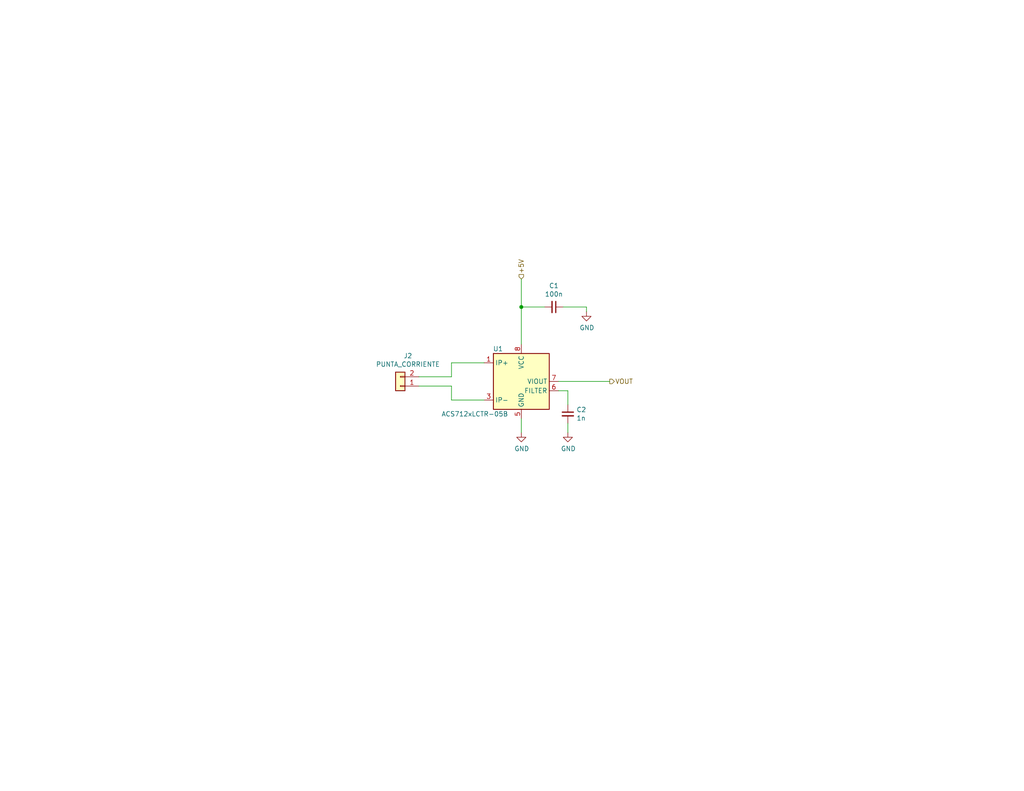
<source format=kicad_sch>
(kicad_sch (version 20211123) (generator eeschema)
  (paper "USLetter")
  (title_block (title "Current sensor") (rev "1.0") (company "Cristóbal Cuevas Lagos") (comment 1 "Cristóbal Cuevas Lagos"))
  (lib_symbols
    (symbol "Connector_Generic:Conn_01x02" (pin_names (offset 1.016) hide)
      (property "Reference" "J" (at 0 2.54 0))
      (property "Value" "Conn_01x02" (at 0 -5.08 0))
      (symbol "Conn_01x02_1_1"
        (rectangle (start -1.27 -2.413) (end 0 -2.667) (stroke (width 0.1524)))
        (rectangle (start -1.27 0.127) (end 0 -0.127) (stroke (width 0.1524)))
        (rectangle (start -1.27 1.27) (end 1.27 -3.81) (stroke (width 0.254)) (fill (type background)))
        (pin passive line (at -5.08 0 0) (length 3.81) (name "Pin_1") (number "1"))
        (pin passive line (at -5.08 -2.54 0) (length 3.81) (name "Pin_2") (number "2"))
      )
    )
    (symbol "Device:C_Small" (pin_numbers hide) (pin_names (offset 0.254) hide)
      (property "Reference" "C" (at 0.254 1.778 0))
      (property "Value" "C_Small" (at 0.254 -2.032 0))
      (symbol "C_Small_0_1"
        (polyline (pts (xy -1.524 -0.508) (xy 1.524 -0.508)) (stroke (width 0.3302)))
        (polyline (pts (xy -1.524 0.508) (xy 1.524 0.508)) (stroke (width 0.3048)))
      )
      (symbol "C_Small_1_1"
        (pin passive line (at 0 2.54 270) (length 2.032) (name "~") (number "1"))
        (pin passive line (at 0 -2.54 90) (length 2.032) (name "~") (number "2"))
      )
    )
    (symbol "Sensor_Current:ACS712xLCTR-05B"
      (property "Reference" "U" (at 2.54 11.43 0))
      (property "Value" "ACS712xLCTR-05B" (at 2.54 8.89 0))
      (symbol "ACS712xLCTR-05B_0_1"
        (rectangle (start -7.62 7.62) (end 7.62 -7.62) (stroke (width 0.254)) (fill (type background)))
      )
      (symbol "ACS712xLCTR-05B_1_1"
        (pin passive line (at -10.16 5.08 0) (length 2.54) (name "IP+") (number "1"))
        (pin passive line (at -10.16 5.08 0) (length 2.54) hide (name "IP+") (number "2"))
        (pin passive line (at -10.16 -5.08 0) (length 2.54) (name "IP-") (number "3"))
        (pin passive line (at -10.16 -5.08 0) (length 2.54) hide (name "IP-") (number "4"))
        (pin power_in line (at 0 -10.16 90) (length 2.54) (name "GND") (number "5"))
        (pin passive line (at 10.16 -2.54 180) (length 2.54) (name "FILTER") (number "6"))
        (pin output line (at 10.16 0 180) (length 2.54) (name "VIOUT") (number "7"))
        (pin power_in line (at 0 10.16 270) (length 2.54) (name "VCC") (number "8"))
      )
    )
    (symbol "power:GND" (power) (pin_names (offset 0))
      (property "Value" "GND" (at 0 -3.81 0))
      (symbol "GND_0_1"
        (polyline (pts (xy 0 0) (xy 0 -1.27) (xy 1.27 -1.27) (xy 0 -2.54) (xy -1.27 -1.27) (xy 0 -1.27)))
      )
      (symbol "GND_1_1"
        (pin power_in line (at 0 0 270) (length 0) hide (name "GND") (number "1"))
      )
    )
  )
  (junction (at 142.24 83.82))
  (wire (pts (xy 154.94 106.68) (xy 154.94 110.49)))
  (wire (pts (xy 123.19 102.87) (xy 114.3 102.87)))
  (wire (pts (xy 123.19 109.22) (xy 132.08 109.22)))
  (wire (pts (xy 152.4 106.68) (xy 154.94 106.68)))
  (wire (pts (xy 132.08 99.06) (xy 123.19 99.06)))
  (wire (pts (xy 123.19 99.06) (xy 123.19 102.87)))
  (wire (pts (xy 142.24 114.3) (xy 142.24 118.11)))
  (wire (pts (xy 142.24 83.82) (xy 142.24 93.98)))
  (wire (pts (xy 114.3 105.41) (xy 123.19 105.41)))
  (wire (pts (xy 152.4 104.14) (xy 166.37 104.14)))
  (wire (pts (xy 142.24 76.2) (xy 142.24 83.82)))
  (wire (pts (xy 123.19 105.41) (xy 123.19 109.22)))
  (wire (pts (xy 160.02 83.82) (xy 160.02 85.09)))
  (wire (pts (xy 148.59 83.82) (xy 142.24 83.82)))
  (wire (pts (xy 153.67 83.82) (xy 160.02 83.82)))
  (wire (pts (xy 154.94 115.57) (xy 154.94 118.11)))
  (hierarchical_label "+5V" (shape input) (at 142.24 76.2 90))
  (hierarchical_label "VOUT" (shape output) (at 166.37 104.14 0))
  (symbol (lib_id "Sensor_Current:ACS712xLCTR-05B") (at 142.24 104.14 0) (unit 1)
    (property "Reference" "U1" (at 135.89 95.25 0))
    (property "Value" "ACS712xLCTR-05B" (at 129.54 113.03 0))
    (property "Footprint" "Package_SO:SOIC-8_3.9x4.9mm_P1.27mm" (effects hide))
    (property "Datasheet" "http://www.allegromicro.com/~/media/Files/Datasheets/ACS712-Datasheet.ashx?la=en" (effects hide))
  )
  (symbol (lib_id "power:GND") (at 142.24 118.11 0) (unit 1)
    (property "Reference" "#PWR?" (effects hide))
    (property "Value" "GND" (at 142.367 122.5042 0))
  )
  (symbol (lib_id "power:GND") (at 154.94 118.11 0) (unit 1)
    (property "Reference" "#PWR?" (effects hide))
    (property "Value" "GND" (at 155.067 122.5042 0))
  )
  (symbol (lib_id "Device:C_Small") (at 154.94 113.03 0) (unit 1)
    (property "Reference" "C2" (at 157.2768 111.8616 0) (effects (justify left)))
    (property "Value" "1n" (at 157.2768 114.173 0) (effects (justify left)))
    (property "Footprint" "Capacitor_SMD:C_0603_1608Metric" (effects hide))
  )
  (symbol (lib_id "Device:C_Small") (at 151.13 83.82 270) (unit 1)
    (property "Reference" "C1" (at 151.13 78.0034 90))
    (property "Value" "100n" (at 151.13 80.3148 90))
    (property "Footprint" "Capacitor_SMD:C_0603_1608Metric" (effects hide))
  )
  (symbol (lib_id "power:GND") (at 160.02 85.09 0) (unit 1)
    (property "Reference" "#PWR?" (effects hide))
    (property "Value" "GND" (at 160.147 89.4842 0))
  )
  (symbol (lib_id "Connector_Generic:Conn_01x02") (at 109.22 105.41 180) (unit 1)
    (property "Reference" "J2" (at 111.3028 97.155 0))
    (property "Value" "PUNTA_CORRIENTE" (at 111.3028 99.4664 0))
  )
)
</source>
